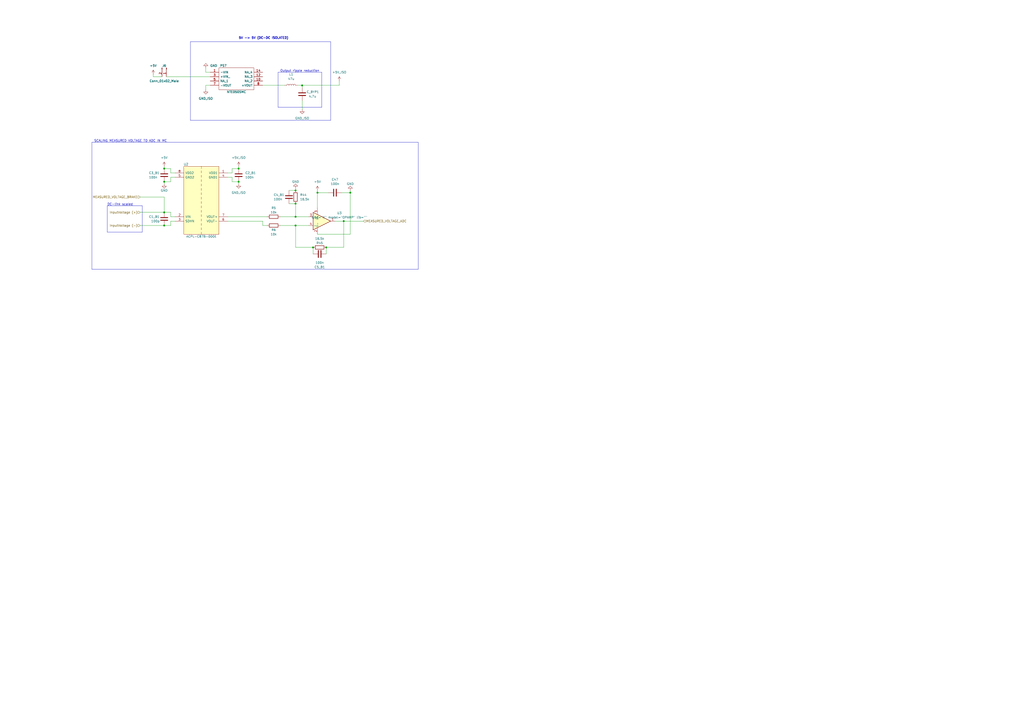
<source format=kicad_sch>
(kicad_sch (version 20230121) (generator eeschema)
  (paper "A2")
  (title_block (title "3-phase DC/AC converter with SV-PWM") (date "2023-03-16") (rev "V. 1.1") (comment 1 "Ingrid Hovland") (comment 2 "Eirik Skorve Haugland") (comment 3 "Marius Englund"))
  (lib_symbols
    (symbol "5VISO:+5V_ISO" (power) (pin_names (offset 0))
      (property "Value" "+5V_ISO" (at 0 3.556 0))
      (symbol "+5V_ISO_0_1"
        (polyline (pts (xy -0.762 1.27) (xy 0 2.54)))
        (polyline (pts (xy 0 0) (xy 0 2.54)))
        (polyline (pts (xy 0 2.54) (xy 0.762 1.27)))
      )
      (symbol "+5V_ISO_1_1"
        (pin power_in line (at 0 0 90) (length 0) hide (name "+5V_ISO") (number "1"))
      )
    )
    (symbol "5VISO:GND_ISO" (power) (pin_names (offset 0))
      (property "Value" "GND_ISO" (at 0 -3.81 0))
      (symbol "GND_ISO_0_1"
        (polyline (pts (xy 0 0) (xy 0 -1.27) (xy 1.27 -1.27) (xy 0 -2.54) (xy -1.27 -1.27) (xy 0 -1.27)))
      )
      (symbol "GND_ISO_1_1"
        (pin power_in line (at 0 0 270) (length 0) hide (name "GND_ISO") (number "1"))
      )
    )
    (symbol "ACPL-C87B-000E:ACPL-C87B-000E" (pin_names (offset 0.762))
      (property "Reference" "U2" (at 6.35 5.08 0))
      (property "Value" "ACPL-C87B-000E" (at 15.24 -36.83 0))
      (symbol "ACPL-C87B-000E_0_0"
        (pin passive line (at 30.48 0 180) (length 5.08) (name "VDD1") (number "1"))
        (pin passive line (at 0 -25.4 0) (length 5.08) (name "VIN") (number "2"))
        (pin passive line (at 0 -27.94 0) (length 5.08) (name "SDHN") (number "3"))
        (pin passive line (at 30.48 -2.54 180) (length 5.08) (name "GND1") (number "4"))
        (pin passive line (at 0 -2.54 0) (length 5.08) (name "GND2") (number "5"))
        (pin passive line (at 30.48 -27.94 180) (length 5.08) (name "VOUT-") (number "6"))
        (pin passive line (at 30.48 -25.4 180) (length 5.08) (name "VOUT+") (number "7"))
        (pin passive line (at 0 0 0) (length 5.08) (name "VDD2") (number "8"))
      )
      (symbol "ACPL-C87B-000E_0_1"
        (polyline (pts (xy 15.24 -34.29) (xy 15.24 -35.56)))
        (polyline (pts (xy 15.24 -31.75) (xy 15.24 -33.02)))
        (polyline (pts (xy 15.24 -29.21) (xy 15.24 -30.48)))
        (polyline (pts (xy 15.24 -26.67) (xy 15.24 -27.94)))
        (polyline (pts (xy 15.24 -24.13) (xy 15.24 -25.4)))
        (polyline (pts (xy 15.24 -21.59) (xy 15.24 -22.86)))
        (polyline (pts (xy 15.24 -19.05) (xy 15.24 -20.32)))
        (polyline (pts (xy 15.24 -16.51) (xy 15.24 -17.78)))
        (polyline (pts (xy 15.24 -13.97) (xy 15.24 -15.24)))
        (polyline (pts (xy 15.24 -11.43) (xy 15.24 -12.7)))
        (polyline (pts (xy 15.24 -8.89) (xy 15.24 -10.16)))
        (polyline (pts (xy 15.24 -6.35) (xy 15.24 -7.62)))
        (polyline (pts (xy 15.24 -3.81) (xy 15.24 -5.08)))
        (polyline (pts (xy 15.24 -1.27) (xy 15.24 -2.54)))
        (polyline (pts (xy 15.24 1.27) (xy 15.24 0)))
        (polyline (pts (xy 15.24 3.81) (xy 15.24 2.54)))
        (polyline (pts (xy 5.08 3.81) (xy 25.4 3.81) (xy 25.4 -35.56) (xy 5.08 -35.56) (xy 5.08 3.81)) (stroke (width 0.1524)) (fill (type background)))
      )
    )
    (symbol "Connector:Conn_01x02_Male" (pin_names (offset 1.016) hide)
      (property "Reference" "J" (at 0 2.54 0))
      (property "Value" "Conn_01x02_Male" (at 0 -5.08 0))
      (symbol "Conn_01x02_Male_1_1"
        (polyline (pts (xy 1.27 -2.54) (xy 0.8636 -2.54)) (stroke (width 0.1524)))
        (polyline (pts (xy 1.27 0) (xy 0.8636 0)) (stroke (width 0.1524)))
        (rectangle (start 0.8636 -2.413) (end 0 -2.667) (stroke (width 0.1524)) (fill (type outline)))
        (rectangle (start 0.8636 0.127) (end 0 -0.127) (stroke (width 0.1524)) (fill (type outline)))
        (pin passive line (at 5.08 0 180) (length 3.81) (name "Pin_1") (number "1"))
        (pin passive line (at 5.08 -2.54 180) (length 3.81) (name "Pin_2") (number "2"))
      )
    )
    (symbol "Device:C" (pin_numbers hide) (pin_names (offset 0.254))
      (property "Reference" "C" (at 0.635 2.54 0))
      (property "Value" "C" (at 0.635 -2.54 0))
      (symbol "C_0_1"
        (polyline (pts (xy -2.032 -0.762) (xy 2.032 -0.762)) (stroke (width 0.508)))
        (polyline (pts (xy -2.032 0.762) (xy 2.032 0.762)) (stroke (width 0.508)))
      )
      (symbol "C_1_1"
        (pin passive line (at 0 3.81 270) (length 2.794) (name "~") (number "1"))
        (pin passive line (at 0 -3.81 90) (length 2.794) (name "~") (number "2"))
      )
    )
    (symbol "Device:L" (pin_numbers hide) (pin_names (offset 1.016) hide)
      (property "Reference" "L" (at -1.27 0 90))
      (property "Value" "L" (at 1.905 0 90))
      (symbol "L_0_1"
        (arc (start 0 -2.54) (mid 0.6323 -1.905) (end 0 -1.27))
        (arc (start 0 -1.27) (mid 0.6323 -0.635) (end 0 0))
        (arc (start 0 0) (mid 0.6323 0.635) (end 0 1.27))
        (arc (start 0 1.27) (mid 0.6323 1.905) (end 0 2.54))
      )
      (symbol "L_1_1"
        (pin passive line (at 0 3.81 270) (length 1.27) (name "1") (number "1"))
        (pin passive line (at 0 -3.81 90) (length 1.27) (name "2") (number "2"))
      )
    )
    (symbol "Device:R" (pin_numbers hide) (pin_names (offset 0))
      (property "Reference" "R" (at 2.032 0 90))
      (property "Value" "R" (at 0 0 90))
      (symbol "R_0_1"
        (rectangle (start -1.016 -2.54) (end 1.016 2.54) (stroke (width 0.254)))
      )
      (symbol "R_1_1"
        (pin passive line (at 0 3.81 270) (length 1.27) (name "~") (number "1"))
        (pin passive line (at 0 -3.81 90) (length 1.27) (name "~") (number "2"))
      )
    )
    (symbol "NTE0505MC:NTE0505MC" (pin_names (offset 0.762))
      (property "Reference" "PS" (at 26.67 7.62 0))
      (property "Value" "NTE0505MC" (at 26.67 5.08 0))
      (symbol "NTE0505MC_0_0"
        (pin passive line (at 0 0 0) (length 5.08) (name "-VIN") (number "1"))
        (pin passive line (at 30.48 -5.08 180) (length 5.08) (name "NA_2") (number "10"))
        (pin passive line (at 30.48 -2.54 180) (length 5.08) (name "NA_3") (number "12"))
        (pin passive line (at 30.48 0 180) (length 5.08) (name "NA_4") (number "14"))
        (pin passive line (at 0 -2.54 0) (length 5.08) (name "+VIN_") (number "3"))
        (pin passive line (at 0 -5.08 0) (length 5.08) (name "NA_1") (number "5"))
        (pin passive line (at 0 -7.62 0) (length 5.08) (name "-VOUT") (number "7"))
        (pin passive line (at 30.48 -7.62 180) (length 5.08) (name "+VOUT") (number "8"))
      )
      (symbol "NTE0505MC_0_1"
        (polyline (pts (xy 5.08 2.54) (xy 25.4 2.54) (xy 25.4 -10.16) (xy 5.08 -10.16) (xy 5.08 2.54)) (stroke (width 0.1524)))
      )
    )
    (symbol "Simulation_SPICE:OPAMP" (pin_names (offset 0.254))
      (property "Reference" "U3" (at 10.16 4.699 0))
      (property "Value" "OPAMP" (at 10.16 2.159 0))
      (symbol "OPAMP_0_1"
        (polyline (pts (xy 5.08 0) (xy -5.08 5.08) (xy -5.08 -5.08) (xy 5.08 0)) (stroke (width 0.254)) (fill (type background)))
      )
      (symbol "OPAMP_1_1"
        (pin output line (at 7.62 0 180) (length 2.54) (name "~") (number "1"))
        (pin power_in line (at -2.54 -7.62 90) (length 3.81) (name "V-") (number "2"))
        (pin input line (at -7.62 2.54 0) (length 2.54) (name "+") (number "3"))
        (pin input line (at -7.62 -2.54 0) (length 2.54) (name "-") (number "4"))
        (pin power_in line (at -2.54 7.62 270) (length 3.81) (name "V+") (number "5"))
      )
    )
    (symbol "power:+5V" (power) (pin_names (offset 0))
      (property "Value" "+5V" (at 0 3.556 0))
      (symbol "+5V_0_1"
        (polyline (pts (xy -0.762 1.27) (xy 0 2.54)))
        (polyline (pts (xy 0 0) (xy 0 2.54)))
        (polyline (pts (xy 0 2.54) (xy 0.762 1.27)))
      )
      (symbol "+5V_1_1"
        (pin power_in line (at 0 0 90) (length 0) hide (name "+5V") (number "1"))
      )
    )
    (symbol "power:GND" (power) (pin_names (offset 0))
      (property "Value" "GND" (at 0 -3.81 0))
      (symbol "GND_0_1"
        (polyline (pts (xy 0 0) (xy 0 -1.27) (xy 1.27 -1.27) (xy 0 -2.54) (xy -1.27 -1.27) (xy 0 -1.27)))
      )
      (symbol "GND_1_1"
        (pin power_in line (at 0 0 270) (length 0) hide (name "GND") (number "1"))
      )
    )
  )
  (junction (at 171.45 110.49))
  (junction (at 171.45 130.81))
  (junction (at 203.2 111.76))
  (junction (at 175.26 49.53))
  (junction (at 95.25 105.41))
  (junction (at 199.39 128.27))
  (junction (at 95.25 97.79))
  (junction (at 171.45 125.73))
  (junction (at 95.25 123.19))
  (junction (at 95.25 130.81))
  (junction (at 138.43 97.79))
  (junction (at 189.23 143.51))
  (junction (at 184.15 111.76))
  (junction (at 171.45 118.11))
  (junction (at 181.61 143.51))
  (junction (at 138.43 105.41))
  (polyline (pts (xy 161.29 62.23) (xy 161.29 41.91)))
  (wire (pts (xy 95.25 105.41) (xy 99.06 105.41)))
  (wire (pts (xy 81.28 130.81) (xy 95.25 130.81)))
  (wire (pts (xy 99.06 97.79) (xy 95.25 97.79)))
  (wire (pts (xy 99.06 125.73) (xy 101.6 125.73)))
  (polyline (pts (xy 110.49 24.13) (xy 110.49 69.85)))
  (polyline (pts (xy 53.34 82.55) (xy 53.34 156.21)))
  (wire (pts (xy 199.39 128.27) (xy 199.39 143.51)))
  (wire (pts (xy 175.26 58.42) (xy 175.26 63.5)))
  (wire (pts (xy 171.45 125.73) (xy 179.07 125.73)))
  (wire (pts (xy 99.06 128.27) (xy 101.6 128.27)))
  (wire (pts (xy 95.25 96.52) (xy 95.25 97.79)))
  (wire (pts (xy 132.08 102.87) (xy 134.62 102.87)))
  (wire (pts (xy 175.26 49.53) (xy 175.26 50.8)))
  (wire (pts (xy 203.2 111.76) (xy 203.2 135.89)))
  (wire (pts (xy 119.38 49.53) (xy 121.92 49.53)))
  (polyline (pts (xy 161.29 41.91) (xy 163.83 41.91)))
  (wire (pts (xy 167.64 118.11) (xy 171.45 118.11)))
  (wire (pts (xy 81.28 123.19) (xy 95.25 123.19)))
  (wire (pts (xy 162.56 125.73) (xy 171.45 125.73)))
  (wire (pts (xy 171.45 130.81) (xy 179.07 130.81)))
  (wire (pts (xy 99.06 123.19) (xy 99.06 125.73)))
  (wire (pts (xy 99.06 100.33) (xy 101.6 100.33)))
  (wire (pts (xy 203.2 110.49) (xy 203.2 111.76)))
  (wire (pts (xy 162.56 130.81) (xy 171.45 130.81)))
  (wire (pts (xy 181.61 143.51) (xy 171.45 143.51)))
  (polyline (pts (xy 53.34 82.55) (xy 242.57 82.55)))
  (wire (pts (xy 138.43 105.41) (xy 138.43 106.68)))
  (wire (pts (xy 101.6 102.87) (xy 99.06 102.87)))
  (wire (pts (xy 95.25 105.41) (xy 95.25 106.68)))
  (wire (pts (xy 96.52 44.45) (xy 121.92 44.45)))
  (wire (pts (xy 99.06 130.81) (xy 99.06 128.27)))
  (wire (pts (xy 132.08 100.33) (xy 134.62 100.33)))
  (polyline (pts (xy 82.55 134.62) (xy 62.23 134.62)))
  (wire (pts (xy 171.45 109.22) (xy 171.45 110.49)))
  (polyline (pts (xy 191.77 69.85) (xy 191.77 24.13)))
  (wire (pts (xy 172.72 49.53) (xy 175.26 49.53)))
  (wire (pts (xy 184.15 111.76) (xy 184.15 120.65)))
  (wire (pts (xy 119.38 39.37) (xy 119.38 41.91)))
  (wire (pts (xy 189.23 147.32) (xy 189.23 143.51)))
  (polyline (pts (xy 110.49 24.13) (xy 191.77 24.13)))
  (wire (pts (xy 181.61 147.32) (xy 181.61 143.51)))
  (wire (pts (xy 198.12 111.76) (xy 203.2 111.76)))
  (wire (pts (xy 132.08 125.73) (xy 154.94 125.73)))
  (wire (pts (xy 175.26 49.53) (xy 196.85 49.53)))
  (polyline (pts (xy 163.83 41.91) (xy 186.69 41.91)))
  (wire (pts (xy 95.25 114.3) (xy 95.25 123.19)))
  (wire (pts (xy 95.25 123.19) (xy 99.06 123.19)))
  (wire (pts (xy 88.9 43.18) (xy 88.9 44.45)))
  (wire (pts (xy 99.06 100.33) (xy 99.06 97.79)))
  (wire (pts (xy 134.62 97.79) (xy 134.62 100.33)))
  (polyline (pts (xy 62.23 119.38) (xy 82.55 119.38)))
  (polyline (pts (xy 186.69 41.91) (xy 186.69 62.23)))
  (wire (pts (xy 184.15 135.89) (xy 203.2 135.89)))
  (wire (pts (xy 171.45 130.81) (xy 171.45 143.51)))
  (wire (pts (xy 138.43 96.52) (xy 138.43 97.79)))
  (wire (pts (xy 119.38 49.53) (xy 119.38 52.07)))
  (wire (pts (xy 138.43 105.41) (xy 134.62 105.41)))
  (wire (pts (xy 167.64 110.49) (xy 171.45 110.49)))
  (wire (pts (xy 134.62 105.41) (xy 134.62 102.87)))
  (wire (pts (xy 199.39 128.27) (xy 210.82 128.27)))
  (polyline (pts (xy 62.23 134.62) (xy 62.23 119.38)))
  (wire (pts (xy 138.43 97.79) (xy 134.62 97.79)))
  (wire (pts (xy 152.4 128.27) (xy 152.4 130.81)))
  (wire (pts (xy 99.06 102.87) (xy 99.06 105.41)))
  (wire (pts (xy 88.9 44.45) (xy 93.98 44.45)))
  (wire (pts (xy 194.31 128.27) (xy 199.39 128.27)))
  (wire (pts (xy 95.25 130.81) (xy 99.06 130.81)))
  (wire (pts (xy 132.08 128.27) (xy 152.4 128.27)))
  (wire (pts (xy 189.23 143.51) (xy 199.39 143.51)))
  (wire (pts (xy 152.4 49.53) (xy 165.1 49.53)))
  (wire (pts (xy 184.15 111.76) (xy 190.5 111.76)))
  (wire (pts (xy 81.28 114.3) (xy 95.25 114.3)))
  (polyline (pts (xy 186.69 62.23) (xy 161.29 62.23)))
  (wire (pts (xy 152.4 130.81) (xy 154.94 130.81)))
  (polyline (pts (xy 53.34 156.21) (xy 242.57 156.21)))
  (wire (pts (xy 171.45 118.11) (xy 171.45 125.73)))
  (wire (pts (xy 196.85 46.99) (xy 196.85 49.53)))
  (polyline (pts (xy 242.57 156.21) (xy 242.57 82.55)))
  (wire (pts (xy 184.15 110.49) (xy 184.15 111.76)))
  (polyline (pts (xy 110.49 69.85) (xy 191.77 69.85)))
  (polyline (pts (xy 82.55 119.38) (xy 82.55 134.62)))
  (wire (pts (xy 119.38 41.91) (xy 121.92 41.91)))
  (text "DC-link scaled\n" (at 62.23 119.38 0) (effects (font (size 1.27 1.27)) (justify left bottom)))
  (text "Output ripple reduction" (at 162.56 41.91 0) (effects (font (size 1.27 1.27)) (justify left bottom)))
  (text "SCALING MEASURED VOLTAGE TO ADC IN MC" (at 54.61 82.55 0) (effects (font (size 1.27 1.27)) (justify left bottom)))
  (text "5V -> 5V (DC-DC ISOLATED)" (at 138.43 22.86 0) (effects (font (size 1.27 1.27) (thickness 0.254) bold) (justify left bottom)))
  (hierarchical_label "InputVoltage (+)" (shape input) (at 81.28 123.19 180))
  (hierarchical_label "InputVoltage (-)" (shape input) (at 81.28 130.81 180))
  (hierarchical_label "MEASURED_VOLTAGE_BRAKE" (shape input) (at 81.28 114.3 180))
  (hierarchical_label "MEASURED_VOLTAGE_ADC" (shape input) (at 210.82 128.27 0))
  (symbol (lib_id "Device:R") (at 158.75 130.81 90) (unit 1)
    (property "Reference" "R6" (at 158.75 133.35 90))
    (property "Value" "10k" (at 158.75 135.89 90))
    (property "Footprint" "Resistor_SMD:R_1206_3216Metric_Pad1.30x1.75mm_HandSolder" (effects hide))
  )
  (symbol (lib_id "Simulation_SPICE:OPAMP") (at 186.69 128.27 0) (unit 1)
    (property "Reference" "U3" (at 196.85 123.571 0))
    (property "Value" "${SIM.PARAMS}" (at 196.85 126.111 0))
    (property "Footprint" "SVPWM-LIB-footprints:OPA237-SOT95P280X145-5N" (effects hide))
    (property "Sim.Device" "SPICE" (effects hide))
    (property "Sim.Params" "type=\"X\" model=\"OPAMP\" lib=\"\"" (effects hide))
    (property "Sim.Pins" "1=1 2=2 3=3 4=4 5=5" (effects hide))
  )
  (symbol (lib_id "Device:C") (at 185.42 147.32 270) (unit 1)
    (property "Reference" "C5_B1" (at 185.42 154.94 90))
    (property "Value" "100n" (at 185.42 152.4 90))
    (property "Footprint" "Capacitor_SMD:C_1206_3216Metric_Pad1.33x1.80mm_HandSolder" (effects hide))
  )
  (symbol (lib_id "Device:C") (at 194.31 111.76 90) (unit 1)
    (property "Reference" "C47" (at 194.31 104.14 90))
    (property "Value" "100n" (at 194.31 106.68 90))
    (property "Footprint" "Capacitor_SMD:C_1206_3216Metric_Pad1.33x1.80mm_HandSolder" (effects hide))
  )
  (symbol (lib_id "Device:R") (at 158.75 125.73 90) (unit 1)
    (property "Reference" "R5" (at 158.75 120.65 90))
    (property "Value" "10k" (at 158.75 123.19 90))
    (property "Footprint" "Resistor_SMD:R_1206_3216Metric_Pad1.30x1.75mm_HandSolder" (effects hide))
  )
  (symbol (lib_id "5VISO:+5V_ISO") (at 196.85 46.99 0) (unit 1)
    (property "Reference" "#PWR0113" (effects hide))
    (property "Value" "+5V_ISO" (at 196.85 41.91 0))
  )
  (symbol (lib_id "Connector:Conn_01x02_Male") (at 96.52 39.37 270) (unit 1)
    (property "Reference" "J6" (at 95.25 38.1 90))
    (property "Value" "Conn_01x02_Male" (at 95.25 46.99 90))
    (property "Footprint" "Connector_PinHeader_1.00mm:PinHeader_1x02_P1.00mm_Vertical" (effects hide))
  )
  (symbol (lib_id "power:+5V") (at 184.15 110.49 0) (unit 1)
    (property "Reference" "#PWR0114" (effects hide))
    (property "Value" "+5V" (at 184.15 105.41 0))
  )
  (symbol (lib_id "ACPL-C87B-000E:ACPL-C87B-000E") (at 101.6 100.33 0) (unit 1)
    (property "Reference" "U2" (at 107.95 95.25 0))
    (property "Value" "ACPL-C87B-000E" (at 116.84 137.16 0))
    (property "Footprint" "SVPWM-LIB-footprints:ACPL-SOIC127P1150X331-8N" (effects hide))
    (property "Datasheet" "https://componentsearchengine.com/Datasheets/2/ACPL-C87B-000E.pdf" (effects hide))
    (property "Description" "Optically isolated voltage sensor,SSO8 Broadcom ACPL-C87B-000E, Isolation Amplifier, 4.5  5.5 V, 8-Pin SSO" (effects hide))
    (property "Height" "3.307" (effects hide))
    (property "Manufacturer_Name" "Avago Technologies" (effects hide))
    (property "Manufacturer_Part_Number" "ACPL-C87B-000E" (effects hide))
    (property "Mouser Part Number" "630-ACPL-C87B-000E" (effects hide))
    (property "Mouser Price/Stock" "https://www.mouser.co.uk/ProductDetail/Broadcom-Avago/ACPL-C87B-000E?qs=mhB89zxvawmLiWfngQW5pg%3D%3D" (effects hide))
  )
  (symbol (lib_id "Device:C") (at 138.43 101.6 0) (unit 1)
    (property "Reference" "C2_B1" (at 142.24 100.3299 0) (effects (justify left)))
    (property "Value" "100n" (at 142.24 102.8699 0) (effects (justify left)))
    (property "Footprint" "Capacitor_SMD:C_1206_3216Metric_Pad1.33x1.80mm_HandSolder" (effects hide))
  )
  (symbol (lib_id "Device:C") (at 167.64 114.3 180) (unit 1)
    (property "Reference" "C4_B1" (at 158.75 113.03 0) (effects (justify right)))
    (property "Value" "100n" (at 158.75 115.57 0) (effects (justify right)))
    (property "Footprint" "Capacitor_SMD:C_1206_3216Metric_Pad1.33x1.80mm_HandSolder" (effects hide))
  )
  (symbol (lib_id "power:GND") (at 95.25 106.68 0) (unit 1)
    (property "Reference" "#PWR0108" (effects hide))
    (property "Value" "GND" (at 95.25 110.49 0))
  )
  (symbol (lib_id "5VISO:+5V_ISO") (at 138.43 96.52 0) (unit 1)
    (property "Reference" "#PWR0112" (effects hide))
    (property "Value" "+5V_ISO" (at 138.43 91.44 0))
  )
  (symbol (lib_id "5VISO:GND_ISO") (at 138.43 106.68 0) (unit 1)
    (property "Reference" "#PWR0109" (effects hide))
    (property "Value" "GND_ISO" (at 138.43 111.76 0))
  )
  (symbol (lib_id "Device:R") (at 185.42 143.51 270) (unit 1)
    (property "Reference" "R45" (at 185.42 140.97 90))
    (property "Value" "16.5k" (at 185.42 138.43 90))
    (property "Footprint" "Resistor_SMD:R_1206_3216Metric_Pad1.30x1.75mm_HandSolder" (effects hide))
  )
  (symbol (lib_id "Device:C") (at 95.25 101.6 0) (unit 1)
    (property "Reference" "C3_B1" (at 86.36 100.33 0) (effects (justify left)))
    (property "Value" "100n" (at 86.36 102.87 0) (effects (justify left)))
    (property "Footprint" "Capacitor_SMD:C_1206_3216Metric_Pad1.33x1.80mm_HandSolder" (effects hide))
  )
  (symbol (lib_id "Device:C") (at 95.25 127 0) (unit 1)
    (property "Reference" "C1_B1" (at 86.36 125.73 0) (effects (justify left)))
    (property "Value" "100p" (at 87.63 128.27 0) (effects (justify left)))
    (property "Footprint" "Capacitor_SMD:C_1206_3216Metric_Pad1.33x1.80mm_HandSolder" (effects hide))
  )
  (symbol (lib_id "Device:L") (at 168.91 49.53 90) (unit 1)
    (property "Reference" "L1" (at 168.91 43.18 90))
    (property "Value" "47u" (at 168.91 45.72 90))
    (property "Footprint" "Inductor_SMD:L_2010_5025Metric_Pad1.52x2.65mm_HandSolder" (effects hide))
  )
  (symbol (lib_id "Device:C") (at 175.26 54.61 0) (unit 1)
    (property "Reference" "C_BYP1" (at 177.8 53.34 0) (effects (justify left)))
    (property "Value" "4.7u" (at 179.07 55.88 0) (effects (justify left)))
    (property "Footprint" "Capacitor_SMD:C_1206_3216Metric_Pad1.33x1.80mm_HandSolder" (effects hide))
  )
  (symbol (lib_id "power:+5V") (at 95.25 96.52 0) (unit 1)
    (property "Reference" "#PWR0110" (effects hide))
    (property "Value" "+5V" (at 95.25 91.44 0))
  )
  (symbol (lib_id "power:GND") (at 171.45 109.22 180) (unit 1)
    (property "Reference" "#PWR0111" (effects hide))
    (property "Value" "GND" (at 171.45 105.41 0))
  )
  (symbol (lib_id "power:GND") (at 119.38 39.37 180) (unit 1)
    (property "Reference" "#PWR0105" (effects hide))
    (property "Value" "GND" (at 121.92 38.0999 0) (effects (justify right)))
  )
  (symbol (lib_id "5VISO:GND_ISO") (at 175.26 63.5 0) (unit 1)
    (property "Reference" "#PWR0106" (effects hide))
    (property "Value" "GND_ISO" (at 175.26 68.58 0))
  )
  (symbol (lib_id "NTE0505MC:NTE0505MC") (at 121.92 41.91 0) (unit 1)
    (property "Reference" "PS7" (at 129.54 38.1 0))
    (property "Value" "NTE0505MC" (at 137.16 53.34 0))
    (property "Footprint" "SVPWM-LIB-footprints:DC-DC-NTE0505MC" (effects hide))
    (property "Datasheet" "https://www.murata.com/products/productdata/8807031767070/kdc-nte.pdf" (effects hide))
    (property "Description" "Isolated DC/DC Converters - SMD 1W  5-5V SINGLE 1KV DC/DC" (effects hide))
    (property "Height" "6.85" (effects hide))
    (property "Manufacturer_Name" "Murata Electronics" (effects hide))
    (property "Manufacturer_Part_Number" "NTE0505MC" (effects hide))
    (property "Mouser Part Number" "580-NTE0505MC" (effects hide))
    (property "Mouser Price/Stock" "https://www.mouser.co.uk/ProductDetail/Murata-Power-Solutions/NTE0505MC?qs=hpFtdoQG8nowFKmU%2FgNflA%3D%3D" (effects hide))
    (property "Arrow Part Number" "NTE0505MC" (effects hide))
    (property "Arrow Price/Stock" "https://www.arrow.com/en/products/nte0505mc/murata-power-solutions?region=europe" (effects hide))
  )
  (symbol (lib_id "5VISO:GND_ISO") (at 119.38 52.07 0) (unit 1)
    (property "Reference" "#PWR0104" (effects hide))
    (property "Value" "GND_ISO" (at 119.38 57.15 0))
  )
  (symbol (lib_id "Device:R") (at 171.45 114.3 180) (unit 1)
    (property "Reference" "R44" (at 173.99 113.03 0) (effects (justify right)))
    (property "Value" "16.5k" (at 173.99 115.57 0) (effects (justify right)))
    (property "Footprint" "Resistor_SMD:R_1206_3216Metric_Pad1.30x1.75mm_HandSolder" (effects hide))
  )
  (symbol (lib_id "power:GND") (at 203.2 110.49 180) (unit 1)
    (property "Reference" "#PWR0107" (effects hide))
    (property "Value" "GND" (at 203.2 106.68 0))
  )
  (symbol (lib_id "power:+5V") (at 88.9 43.18 0) (unit 1)
    (property "Reference" "#PWR0103" (effects hide))
    (property "Value" "+5V" (at 88.9 38.1 0))
  )
)
</source>
